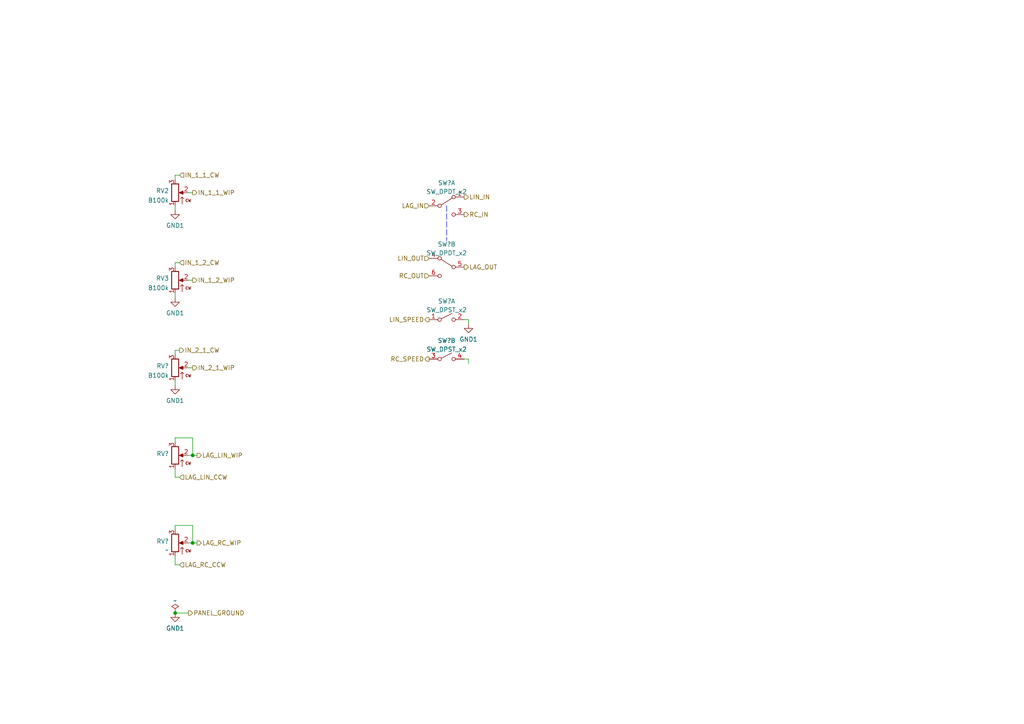
<source format=kicad_sch>
(kicad_sch (version 20211123) (generator eeschema)
  (paper "A4")
  (lib_symbols
    (symbol "R_POT_1" (pin_names (offset 1.016) hide)
      (property "Reference" "RV" (at -4.445 0 90))
      (property "Value" "R_POT_1" (at -2.54 0 90))
      (symbol "R_POT_1_0_0"
        (text "CW" (at 3.81 -2.286 0) (effects (font (size 0.762 0.762))))
      )
      (symbol "R_POT_1_0_1"
        (rectangle (start -1.016 2.54) (end 1.016 -2.54) (stroke (width 0.254)))
        (polyline (pts (xy 2.032 -3.302) (xy 2.032 -1.27)) (stroke (width 0.1524)))
        (polyline (pts (xy 2.54 0) (xy 1.524 0)))
        (polyline (pts (xy 2.54 -1.778) (xy 2.032 -1.27) (xy 1.524 -1.778)) (stroke (width 0.1524)))
        (polyline (pts (xy 1.143 0) (xy 2.286 -0.508) (xy 2.286 0.508) (xy 1.143 0)) (fill (type outline)))
      )
      (symbol "R_POT_1_1_1"
        (pin passive line (at 0 -3.81 90) (length 1.27) (name "1") (number "1"))
        (pin passive line (at 3.81 0 180) (length 1.27) (name "2") (number "2"))
        (pin passive line (at 0 3.81 270) (length 1.27) (name "3") (number "3"))
      )
    )
    (symbol "R_POT_3" (pin_names (offset 1.016) hide)
      (property "Reference" "RV" (at -4.445 0 90))
      (property "Value" "R_POT_3" (at -2.54 0 90))
      (symbol "R_POT_3_0_0"
        (text "CW" (at 3.81 -2.286 0) (effects (font (size 0.762 0.762))))
      )
      (symbol "R_POT_3_0_1"
        (rectangle (start -1.016 2.54) (end 1.016 -2.54) (stroke (width 0.254)))
        (polyline (pts (xy 2.032 -3.302) (xy 2.032 -1.27)) (stroke (width 0.1524)))
        (polyline (pts (xy 2.54 0) (xy 1.524 0)))
        (polyline (pts (xy 2.54 -1.778) (xy 2.032 -1.27) (xy 1.524 -1.778)) (stroke (width 0.1524)))
        (polyline (pts (xy 1.143 0) (xy 2.286 -0.508) (xy 2.286 0.508) (xy 1.143 0)) (fill (type outline)))
      )
      (symbol "R_POT_3_1_1"
        (pin passive line (at 0 -3.81 90) (length 1.27) (name "1") (number "1"))
        (pin passive line (at 3.81 0 180) (length 1.27) (name "2") (number "2"))
        (pin passive line (at 0 3.81 270) (length 1.27) (name "3") (number "3"))
      )
    )
    (symbol "Switch:SW_DPDT_x2" (pin_names (offset 0) hide)
      (property "Reference" "SW" (at 0 4.318 0))
      (property "Value" "SW_DPDT_x2" (at 0 -5.08 0))
      (symbol "SW_DPDT_x2_0_0"
        (circle (center -2.032 0) (radius 0.508))
        (circle (center 2.032 -2.54) (radius 0.508))
      )
      (symbol "SW_DPDT_x2_0_1"
        (polyline (pts (xy -1.524 0.254) (xy 1.651 2.286)))
        (circle (center 2.032 2.54) (radius 0.508))
      )
      (symbol "SW_DPDT_x2_1_1"
        (pin passive line (at 5.08 2.54 180) (length 2.54) (name "A") (number "1"))
        (pin passive line (at -5.08 0 0) (length 2.54) (name "B") (number "2"))
        (pin passive line (at 5.08 -2.54 180) (length 2.54) (name "C") (number "3"))
      )
      (symbol "SW_DPDT_x2_2_1"
        (pin passive line (at 5.08 2.54 180) (length 2.54) (name "A") (number "4"))
        (pin passive line (at -5.08 0 0) (length 2.54) (name "B") (number "5"))
        (pin passive line (at 5.08 -2.54 180) (length 2.54) (name "C") (number "6"))
      )
    )
    (symbol "Switch:SW_DPST_x2" (pin_names (offset 0) hide)
      (property "Reference" "SW" (at 0 3.175 0))
      (property "Value" "SW_DPST_x2" (at 0 -2.54 0))
      (symbol "SW_DPST_x2_0_0"
        (circle (center -2.032 0) (radius 0.508))
        (polyline (pts (xy -1.524 0.254) (xy 1.524 1.778)))
        (circle (center 2.032 0) (radius 0.508))
      )
      (symbol "SW_DPST_x2_1_1"
        (pin passive line (at -5.08 0 0) (length 2.54) (name "A") (number "1"))
        (pin passive line (at 5.08 0 180) (length 2.54) (name "B") (number "2"))
      )
      (symbol "SW_DPST_x2_2_1"
        (pin passive line (at -5.08 0 0) (length 2.54) (name "A") (number "3"))
        (pin passive line (at 5.08 0 180) (length 2.54) (name "B") (number "4"))
      )
    )
    (symbol "ao_symbols:R_POT" (pin_names (offset 1.016) hide)
      (property "Reference" "RV" (at -4.445 0 90))
      (property "Value" "R_POT" (at -2.54 0 90))
      (symbol "R_POT_0_0"
        (text "CW" (at 3.81 -2.286 0) (effects (font (size 0.762 0.762))))
      )
      (symbol "R_POT_0_1"
        (rectangle (start -1.016 2.54) (end 1.016 -2.54) (stroke (width 0.254)))
        (polyline (pts (xy 2.032 -3.302) (xy 2.032 -1.27)) (stroke (width 0.1524)))
        (polyline (pts (xy 2.54 0) (xy 1.524 0)))
        (polyline (pts (xy 2.54 -1.778) (xy 2.032 -1.27) (xy 1.524 -1.778)) (stroke (width 0.1524)))
        (polyline (pts (xy 1.143 0) (xy 2.286 -0.508) (xy 2.286 0.508) (xy 1.143 0)) (fill (type outline)))
      )
      (symbol "R_POT_1_1"
        (pin passive line (at 0 -3.81 90) (length 1.27) (name "1") (number "1"))
        (pin passive line (at 3.81 0 180) (length 1.27) (name "2") (number "2"))
        (pin passive line (at 0 3.81 270) (length 1.27) (name "3") (number "3"))
      )
    )
    (symbol "power:GND1" (power) (pin_names (offset 0))
      (property "Value" "GND1" (at 0 -3.81 0))
      (symbol "GND1_0_1"
        (polyline (pts (xy 0 0) (xy 0 -1.27) (xy 1.27 -1.27) (xy 0 -2.54) (xy -1.27 -1.27) (xy 0 -1.27)))
      )
      (symbol "GND1_1_1"
        (pin power_in line (at 0 0 270) (length 0) hide (name "GND1") (number "1"))
      )
    )
    (symbol "power:PWR_FLAG" (power) (pin_numbers hide) (pin_names (offset 0) hide)
      (property "Value" "PWR_FLAG" (at 0 3.81 0))
      (symbol "PWR_FLAG_0_0"
        (pin power_out line (at 0 0 90) (length 0) (name "pwr") (number "1"))
      )
      (symbol "PWR_FLAG_0_1"
        (polyline (pts (xy 0 0) (xy 0 1.27) (xy -1.016 1.905) (xy 0 2.54) (xy 1.016 1.905) (xy 0 1.27)))
      )
    )
  )
  (junction (at 55.88 132.08))
  (junction (at 50.8 177.8))
  (junction (at 55.88 157.48))
  (wire (pts (xy 50.8 127) (xy 55.88 127)))
  (wire (pts (xy 50.8 50.8) (xy 52.07 50.8)))
  (wire (pts (xy 50.8 161.29) (xy 50.8 163.83)))
  (wire (pts (xy 54.61 81.28) (xy 55.88 81.28)))
  (wire (pts (xy 50.8 163.83) (xy 52.07 163.83)))
  (wire (pts (xy 50.8 138.43) (xy 52.07 138.43)))
  (wire (pts (xy 50.8 135.89) (xy 50.8 138.43)))
  (polyline (pts (xy 129.54 59.69) (xy 129.54 69.85)))
  (wire (pts (xy 134.62 104.14) (xy 135.89 104.14)))
  (wire (pts (xy 50.8 153.67) (xy 50.8 152.4)))
  (wire (pts (xy 135.89 104.14) (xy 135.89 105.41)))
  (wire (pts (xy 54.61 106.68) (xy 55.88 106.68)))
  (wire (pts (xy 57.15 132.08) (xy 55.88 132.08)))
  (wire (pts (xy 134.62 92.71) (xy 135.89 92.71)))
  (wire (pts (xy 50.8 111.76) (xy 50.8 110.49)))
  (wire (pts (xy 54.61 177.8) (xy 50.8 177.8)))
  (wire (pts (xy 50.8 76.2) (xy 52.07 76.2)))
  (wire (pts (xy 54.61 55.88) (xy 55.88 55.88)))
  (wire (pts (xy 50.8 102.87) (xy 50.8 101.6)))
  (wire (pts (xy 55.88 152.4) (xy 55.88 157.48)))
  (wire (pts (xy 55.88 157.48) (xy 54.61 157.48)))
  (wire (pts (xy 50.8 86.36) (xy 50.8 85.09)))
  (wire (pts (xy 50.8 152.4) (xy 55.88 152.4)))
  (wire (pts (xy 50.8 77.47) (xy 50.8 76.2)))
  (wire (pts (xy 55.88 127) (xy 55.88 132.08)))
  (wire (pts (xy 50.8 101.6) (xy 52.07 101.6)))
  (wire (pts (xy 135.89 92.71) (xy 135.89 93.98)))
  (wire (pts (xy 54.61 132.08) (xy 55.88 132.08)))
  (wire (pts (xy 50.8 52.07) (xy 50.8 50.8)))
  (wire (pts (xy 50.8 128.27) (xy 50.8 127)))
  (wire (pts (xy 50.8 60.96) (xy 50.8 59.69)))
  (wire (pts (xy 57.15 157.48) (xy 55.88 157.48)))
  (hierarchical_label "IN_2_1_CW" (shape output) (at 52.07 101.6 0))
  (hierarchical_label "IN_1_1_WIP" (shape output) (at 55.88 55.88 0))
  (hierarchical_label "IN_1_1_CW" (shape input) (at 52.07 50.8 0))
  (hierarchical_label "LIN_SPEED" (shape output) (at 124.46 92.71 180))
  (hierarchical_label "LIN_IN" (shape output) (at 134.62 57.15 0))
  (hierarchical_label "LAG_LIN_WIP" (shape output) (at 57.15 132.08 0))
  (hierarchical_label "LAG_RC_CCW" (shape input) (at 52.07 163.83 0))
  (hierarchical_label "IN_1_2_WIP" (shape output) (at 55.88 81.28 0))
  (hierarchical_label "RC_OUT" (shape input) (at 124.46 80.01 180))
  (hierarchical_label "RC_IN" (shape output) (at 134.62 62.23 0))
  (hierarchical_label "RC_SPEED" (shape output) (at 124.46 104.14 180))
  (hierarchical_label "IN_2_1_WIP" (shape output) (at 55.88 106.68 0))
  (hierarchical_label "PANEL_GROUND" (shape output) (at 54.61 177.8 0))
  (hierarchical_label "LIN_OUT" (shape input) (at 124.46 74.93 180))
  (hierarchical_label "LAG_LIN_CCW" (shape input) (at 52.07 138.43 0))
  (hierarchical_label "LAG_IN" (shape input) (at 124.46 59.69 180))
  (hierarchical_label "IN_1_2_CW" (shape input) (at 52.07 76.2 0))
  (hierarchical_label "LAG_OUT" (shape output) (at 134.62 77.47 0))
  (hierarchical_label "LAG_RC_WIP" (shape output) (at 57.15 157.48 0))
  (symbol (lib_id "ao_symbols:R_POT") (at 50.8 81.28 0) (unit 1) (on_board no)
    (property "Reference" "RV3" (at 49.022 80.7271 0) (effects (justify right)))
    (property "Value" "B100k" (at 49.022 83.5022 0) (effects (justify right)))
    (property "Vendor" "Tayda" (effects hide))
  )
  (symbol (lib_name "R_POT_3") (lib_id "ao_symbols:R_POT") (at 50.8 157.48 0) (unit 1) (on_board no)
    (property "Reference" "RV?" (at 49.022 157.0009 0) (effects (justify right)))
    (property "Value" "~" (at 49.022 159.5378 0) (effects (justify right)))
    (property "Vendor" "Tayda" (effects hide))
  )
  (symbol (lib_id "Switch:SW_DPST_x2") (at 129.54 104.14 0) (unit 2)
    (property "Reference" "SW?" (at 129.54 98.7892 0))
    (property "Value" "SW_DPST_x2" (at 129.54 101.3261 0))
  )
  (symbol (lib_id "Switch:SW_DPST_x2") (at 129.54 92.71 0) (unit 1)
    (property "Reference" "SW?" (at 129.54 87.3592 0))
    (property "Value" "SW_DPST_x2" (at 129.54 89.8961 0))
  )
  (symbol (lib_id "Switch:SW_DPDT_x2") (at 129.54 77.47 0) (mirror y) (unit 2)
    (property "Reference" "SW?" (at 129.54 70.8492 0))
    (property "Value" "SW_DPDT_x2" (at 129.54 73.3861 0))
  )
  (symbol (lib_name "R_POT_3") (lib_id "ao_symbols:R_POT") (at 50.8 132.08 0) (unit 1) (on_board no)
    (property "Reference" "RV?" (at 49.022 131.6009 0) (effects (justify right)))
    (property "Vendor" "Tayda" (effects hide))
  )
  (symbol (lib_id "power:GND1") (at 50.8 177.8 0) (unit 1)
    (property "Reference" "#PWR?" (effects hide))
    (property "Value" "GND1" (at 50.8 182.2434 0))
  )
  (symbol (lib_id "power:GND1") (at 50.8 60.96 0) (unit 1)
    (property "Reference" "#PWR?" (effects hide))
    (property "Value" "GND1" (at 50.8 65.4034 0))
  )
  (symbol (lib_id "power:PWR_FLAG") (at 50.8 177.8 0) (unit 1)
    (property "Reference" "#FLG?" (effects hide))
  )
  (symbol (lib_id "power:GND1") (at 50.8 86.36 0) (unit 1)
    (property "Reference" "#PWR?" (effects hide))
    (property "Value" "GND1" (at 50.8 90.8034 0))
  )
  (symbol (lib_id "power:GND1") (at 135.89 93.98 0) (unit 1)
    (property "Reference" "#PWR?" (effects hide))
  )
  (symbol (lib_name "R_POT_1") (lib_id "ao_symbols:R_POT") (at 50.8 55.88 0) (unit 1) (on_board no)
    (property "Reference" "RV2" (at 49.022 55.3271 0) (effects (justify right)))
    (property "Value" "B100k" (at 49.022 58.1022 0) (effects (justify right)))
    (property "Vendor" "Tayda" (effects hide))
  )
  (symbol (lib_id "power:GND1") (at 50.8 111.76 0) (unit 1)
    (property "Reference" "#PWR?" (effects hide))
    (property "Value" "GND1" (at 50.8 116.2034 0))
  )
  (symbol (lib_id "ao_symbols:R_POT") (at 50.8 106.68 0) (unit 1) (on_board no)
    (property "Reference" "RV?" (at 49.022 106.1271 0) (effects (justify right)))
    (property "Value" "B100k" (at 49.022 108.9022 0) (effects (justify right)))
    (property "Vendor" "Tayda" (effects hide))
  )
  (symbol (lib_id "Switch:SW_DPDT_x2") (at 129.54 59.69 0) (unit 1)
    (property "Reference" "SW?" (at 129.54 53.0692 0))
    (property "Value" "SW_DPDT_x2" (at 129.54 55.6061 0))
  )
)
</source>
